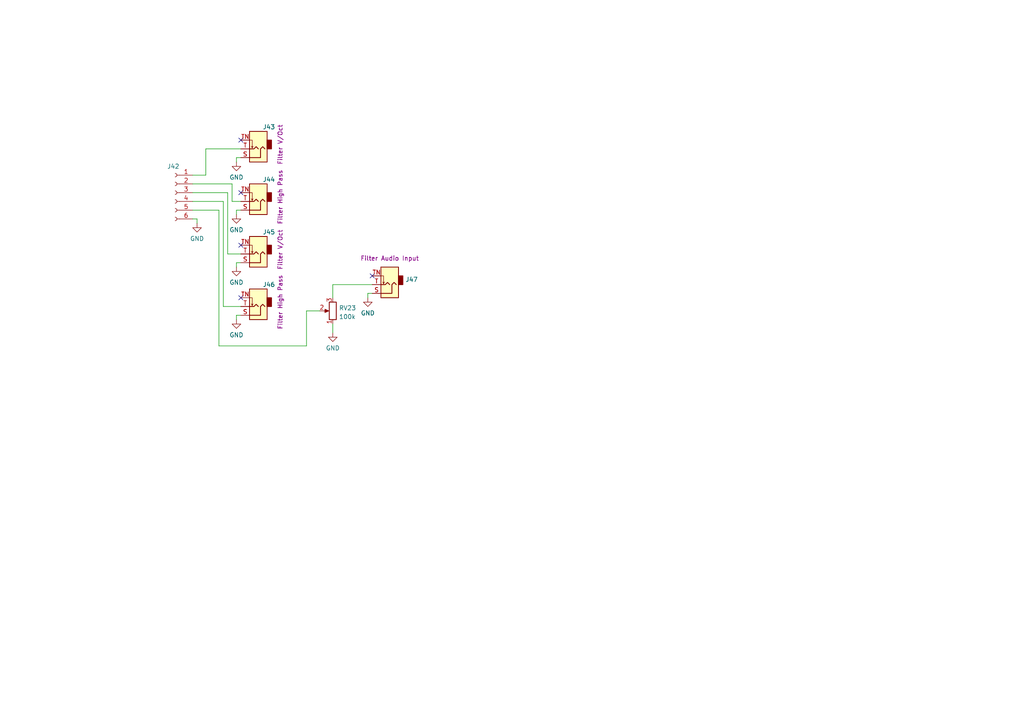
<source format=kicad_sch>
(kicad_sch (version 20211123) (generator eeschema)
  (paper "A4")
  (lib_symbols
    (symbol "Connector:Conn_01x06_Female" (pin_names (offset 1.016) hide)
      (property "Reference" "J" (at 0 7.62 0))
      (property "Value" "Conn_01x06_Female" (at 0 -10.16 0))
      (symbol "Conn_01x06_Female_1_1"
        (arc (start 0 -7.112) (mid -0.508 -7.62) (end 0 -8.128) (stroke (width 0.1524)))
        (arc (start 0 -4.572) (mid -0.508 -5.08) (end 0 -5.588) (stroke (width 0.1524)))
        (arc (start 0 -2.032) (mid -0.508 -2.54) (end 0 -3.048) (stroke (width 0.1524)))
        (polyline (pts (xy -1.27 -7.62) (xy -0.508 -7.62)) (stroke (width 0.1524)))
        (polyline (pts (xy -1.27 -5.08) (xy -0.508 -5.08)) (stroke (width 0.1524)))
        (polyline (pts (xy -1.27 -2.54) (xy -0.508 -2.54)) (stroke (width 0.1524)))
        (polyline (pts (xy -1.27 0) (xy -0.508 0)) (stroke (width 0.1524)))
        (polyline (pts (xy -1.27 2.54) (xy -0.508 2.54)) (stroke (width 0.1524)))
        (polyline (pts (xy -1.27 5.08) (xy -0.508 5.08)) (stroke (width 0.1524)))
        (arc (start 0 0.508) (mid -0.508 0) (end 0 -0.508) (stroke (width 0.1524)))
        (arc (start 0 3.048) (mid -0.508 2.54) (end 0 2.032) (stroke (width 0.1524)))
        (arc (start 0 5.588) (mid -0.508 5.08) (end 0 4.572) (stroke (width 0.1524)))
        (pin passive line (at -5.08 5.08 0) (length 3.81) (name "Pin_1") (number "1"))
        (pin passive line (at -5.08 2.54 0) (length 3.81) (name "Pin_2") (number "2"))
        (pin passive line (at -5.08 0 0) (length 3.81) (name "Pin_3") (number "3"))
        (pin passive line (at -5.08 -2.54 0) (length 3.81) (name "Pin_4") (number "4"))
        (pin passive line (at -5.08 -5.08 0) (length 3.81) (name "Pin_5") (number "5"))
        (pin passive line (at -5.08 -7.62 0) (length 3.81) (name "Pin_6") (number "6"))
      )
    )
    (symbol "Device:R_Potentiometer" (pin_names (offset 1.016) hide)
      (property "Reference" "RV" (at -4.445 0 90))
      (property "Value" "R_Potentiometer" (at -2.54 0 90))
      (symbol "R_Potentiometer_0_1"
        (polyline (pts (xy 2.54 0) (xy 1.524 0)))
        (polyline (pts (xy 1.143 0) (xy 2.286 0.508) (xy 2.286 -0.508) (xy 1.143 0)) (fill (type outline)))
        (rectangle (start 1.016 2.54) (end -1.016 -2.54) (stroke (width 0.254)))
      )
      (symbol "R_Potentiometer_1_1"
        (pin passive line (at 0 3.81 270) (length 1.27) (name "1") (number "1"))
        (pin passive line (at 3.81 0 180) (length 1.27) (name "2") (number "2"))
        (pin passive line (at 0 -3.81 90) (length 1.27) (name "3") (number "3"))
      )
    )
    (symbol "Eurorack_Hardware:Eurorack Mono Jack" (pin_names hide)
      (property "Reference" "J" (at 3.302 -4.064 0))
      (property "Value" "Eurorack Mono Jack" (at 0 5.08 0))
      (symbol "Eurorack Mono Jack_0_1"
        (rectangle (start -2.54 -5.08) (end 2.54 3.81) (stroke (width 0.254)) (fill (type background)))
        (polyline (pts (xy -1.778 -1.016) (xy -2.032 -0.508)))
        (polyline (pts (xy -2.54 1.27) (xy -1.778 1.27) (xy -1.778 -1.016) (xy -1.524 -0.508)))
        (polyline (pts (xy 0 -1.27) (xy -0.635 -0.635) (xy -1.27 -1.27) (xy -2.54 -1.27)) (stroke (width 0.254)))
        (polyline (pts (xy -2.54 -3.81) (xy 0.635 -3.81) (xy 0.635 -1.27) (xy 1.27 -0.635) (xy 1.905 -1.27)) (stroke (width 0.254)))
        (rectangle (start 2.54 -1.27) (end 3.81 1.27) (stroke (width 0.254)) (fill (type outline)))
      )
      (symbol "Eurorack Mono Jack_1_1"
        (pin passive line (at -5.08 -3.81 0) (length 2.54) (name "Sleeve") (number "S"))
        (pin passive line (at -5.08 -1.27 0) (length 2.54) (name "Tip") (number "T"))
        (pin passive line (at -5.08 1.27 0) (length 2.54) (name "Tip_normalize") (number "TN"))
      )
    )
    (symbol "power:GND" (power) (pin_names (offset 0))
      (property "Value" "GND" (at 0 -3.81 0))
      (symbol "GND_0_1"
        (polyline (pts (xy 0 0) (xy 0 -1.27) (xy 1.27 -1.27) (xy 0 -2.54) (xy -1.27 -1.27) (xy 0 -1.27)))
      )
      (symbol "GND_1_1"
        (pin power_in line (at 0 0 270) (length 0) hide (name "GND") (number "1"))
      )
    )
  )
  (no_connect (at 107.95 80.01))
  (no_connect (at 69.85 55.88))
  (no_connect (at 69.85 71.12))
  (no_connect (at 69.85 86.36))
  (no_connect (at 69.85 40.64))
  (wire (pts (xy 66.04 55.88) (xy 66.04 73.66)))
  (wire (pts (xy 88.9 90.17) (xy 92.71 90.17)))
  (wire (pts (xy 68.58 91.44) (xy 68.58 92.71)))
  (wire (pts (xy 96.52 82.55) (xy 96.52 86.36)))
  (wire (pts (xy 69.85 76.2) (xy 68.58 76.2)))
  (wire (pts (xy 66.04 73.66) (xy 69.85 73.66)))
  (wire (pts (xy 107.95 82.55) (xy 96.52 82.55)))
  (wire (pts (xy 67.31 58.42) (xy 69.85 58.42)))
  (wire (pts (xy 88.9 100.33) (xy 88.9 90.17)))
  (wire (pts (xy 55.88 53.34) (xy 67.31 53.34)))
  (wire (pts (xy 68.58 45.72) (xy 68.58 46.99)))
  (wire (pts (xy 67.31 53.34) (xy 67.31 58.42)))
  (wire (pts (xy 59.69 50.8) (xy 59.69 43.18)))
  (wire (pts (xy 69.85 60.96) (xy 68.58 60.96)))
  (wire (pts (xy 68.58 76.2) (xy 68.58 77.47)))
  (wire (pts (xy 69.85 91.44) (xy 68.58 91.44)))
  (wire (pts (xy 107.95 85.09) (xy 106.68 85.09)))
  (wire (pts (xy 55.88 60.96) (xy 63.5 60.96)))
  (wire (pts (xy 57.15 63.5) (xy 57.15 64.77)))
  (wire (pts (xy 106.68 85.09) (xy 106.68 86.36)))
  (wire (pts (xy 55.88 63.5) (xy 57.15 63.5)))
  (wire (pts (xy 63.5 100.33) (xy 88.9 100.33)))
  (wire (pts (xy 64.77 88.9) (xy 69.85 88.9)))
  (wire (pts (xy 55.88 55.88) (xy 66.04 55.88)))
  (wire (pts (xy 69.85 45.72) (xy 68.58 45.72)))
  (wire (pts (xy 96.52 93.98) (xy 96.52 96.52)))
  (wire (pts (xy 55.88 50.8) (xy 59.69 50.8)))
  (wire (pts (xy 68.58 60.96) (xy 68.58 62.23)))
  (wire (pts (xy 63.5 60.96) (xy 63.5 100.33)))
  (wire (pts (xy 64.77 58.42) (xy 64.77 88.9)))
  (wire (pts (xy 55.88 58.42) (xy 64.77 58.42)))
  (wire (pts (xy 59.69 43.18) (xy 69.85 43.18)))
  (symbol (lib_id "power:GND") (at 68.58 92.71 0) (unit 1)
    (property "Reference" "#PWR0196" (effects hide))
    (property "Value" "GND" (at 68.58 97.1534 0))
  )
  (symbol (lib_id "Connector:Conn_01x06_Female") (at 50.8 55.88 0) (mirror y) (unit 1)
    (property "Reference" "J42" (at 52.07 48.26 0) (effects (justify left)))
    (property "Value" "Conn_01x06_Female" (effects hide))
    (property "Footprint" "Connector_PinSocket_2.54mm:PinSocket_1x06_P2.54mm_Vertical" (effects hide))
  )
  (symbol (lib_id "Eurorack_Hardware:Eurorack Mono Jack") (at 74.93 72.39 0) (unit 1)
    (property "Reference" "J45" (at 76.2 67.31 0) (effects (justify left)))
    (property "Value" "Eurorack Mono Jack" (effects hide))
    (property "Footprint" "rumblesan-standard-parts:Jack_3.5mm_QingPu_WQP-PJ398SM_Vertical" (effects hide))
    (property "Datasheet" "http://www.qingpu-electronics.com/en/products/WQP-PJ398SM-362.html" (effects hide))
    (property "mpn" "WQP-WQP518MA" (effects hide))
    (property "Name" "Filter V/Oct" (at 81.28 72.39 90))
  )
  (symbol (lib_id "Eurorack_Hardware:Eurorack Mono Jack") (at 113.03 81.28 0) (unit 1)
    (property "Reference" "J47" (at 117.602 81.0803 0) (effects (justify left)))
    (property "Value" "Eurorack Mono Jack" (effects hide))
    (property "Footprint" "rumblesan-standard-parts:Jack_3.5mm_QingPu_WQP-PJ398SM_Vertical" (effects hide))
    (property "Datasheet" "http://www.qingpu-electronics.com/en/products/WQP-PJ398SM-362.html" (effects hide))
    (property "mpn" "WQP-WQP518MA" (effects hide))
    (property "Name" "Filter Audio Input" (at 113.03 74.93 0))
  )
  (symbol (lib_id "Eurorack_Hardware:Eurorack Mono Jack") (at 74.93 41.91 0) (unit 1)
    (property "Reference" "J43" (at 76.2 36.83 0) (effects (justify left)))
    (property "Value" "Eurorack Mono Jack" (effects hide))
    (property "Footprint" "rumblesan-standard-parts:Jack_3.5mm_QingPu_WQP-PJ398SM_Vertical" (effects hide))
    (property "Datasheet" "http://www.qingpu-electronics.com/en/products/WQP-PJ398SM-362.html" (effects hide))
    (property "mpn" "WQP-WQP518MA" (effects hide))
    (property "Name" "Filter V/Oct" (at 81.28 41.91 90))
  )
  (symbol (lib_id "power:GND") (at 68.58 77.47 0) (unit 1)
    (property "Reference" "#PWR0195" (effects hide))
    (property "Value" "GND" (at 68.58 81.9134 0))
  )
  (symbol (lib_id "power:GND") (at 57.15 64.77 0) (mirror y) (unit 1)
    (property "Reference" "#PWR0192" (effects hide))
    (property "Value" "GND" (at 57.15 69.2134 0))
  )
  (symbol (lib_id "Eurorack_Hardware:Eurorack Mono Jack") (at 74.93 57.15 0) (unit 1)
    (property "Reference" "J44" (at 76.2 52.07 0) (effects (justify left)))
    (property "Value" "Eurorack Mono Jack" (effects hide))
    (property "Footprint" "rumblesan-standard-parts:Jack_3.5mm_QingPu_WQP-PJ398SM_Vertical" (effects hide))
    (property "Datasheet" "http://www.qingpu-electronics.com/en/products/WQP-PJ398SM-362.html" (effects hide))
    (property "mpn" "WQP-WQP518MA" (effects hide))
    (property "Name" "Filter High Pass" (at 81.28 57.15 90))
  )
  (symbol (lib_id "power:GND") (at 106.68 86.36 0) (unit 1)
    (property "Reference" "#PWR0198" (effects hide))
    (property "Value" "GND" (at 106.68 90.8034 0))
  )
  (symbol (lib_id "power:GND") (at 68.58 46.99 0) (unit 1)
    (property "Reference" "#PWR0193" (effects hide))
    (property "Value" "GND" (at 68.58 51.4334 0))
  )
  (symbol (lib_id "power:GND") (at 68.58 62.23 0) (unit 1)
    (property "Reference" "#PWR0194" (effects hide))
    (property "Value" "GND" (at 68.58 66.6734 0))
  )
  (symbol (lib_id "Device:R_Potentiometer") (at 96.52 90.17 180) (unit 1)
    (property "Reference" "RV23" (at 98.2979 89.3353 0) (effects (justify right)))
    (property "Value" "100k" (at 98.2979 91.8722 0) (effects (justify right)))
    (property "Footprint" "rumblesan-standard-parts:Potentiometer_Alpha_RD901F-40-00D_Single_Vertical" (effects hide))
  )
  (symbol (lib_id "power:GND") (at 96.52 96.52 0) (mirror y) (unit 1)
    (property "Reference" "#PWR0197" (effects hide))
    (property "Value" "GND" (at 96.52 100.9634 0))
  )
  (symbol (lib_id "Eurorack_Hardware:Eurorack Mono Jack") (at 74.93 87.63 0) (unit 1)
    (property "Reference" "J46" (at 76.2 82.55 0) (effects (justify left)))
    (property "Value" "Eurorack Mono Jack" (effects hide))
    (property "Footprint" "rumblesan-standard-parts:Jack_3.5mm_QingPu_WQP-PJ398SM_Vertical" (effects hide))
    (property "Datasheet" "http://www.qingpu-electronics.com/en/products/WQP-PJ398SM-362.html" (effects hide))
    (property "mpn" "WQP-WQP518MA" (effects hide))
    (property "Name" "Filter High Pass" (at 81.28 87.63 90))
  )
)
</source>
